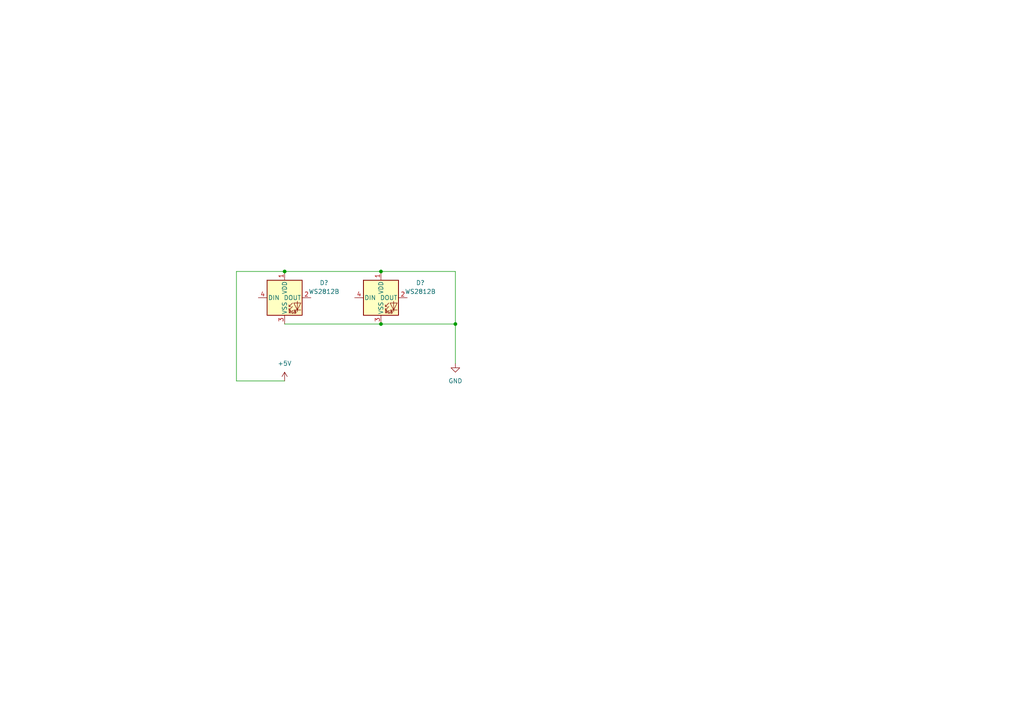
<source format=kicad_sch>
(kicad_sch (version 20211123) (generator eeschema)

  (uuid 758c20f2-506b-4dac-8d9d-c2858694a51d)

  (paper "A4")

  (lib_symbols
    (symbol "LED:WS2812B" (pin_names (offset 0.254)) (in_bom yes) (on_board yes)
      (property "Reference" "D" (id 0) (at 5.08 5.715 0)
        (effects (font (size 1.27 1.27)) (justify right bottom))
      )
      (property "Value" "WS2812B" (id 1) (at 1.27 -5.715 0)
        (effects (font (size 1.27 1.27)) (justify left top))
      )
      (property "Footprint" "LED_SMD:LED_WS2812B_PLCC4_5.0x5.0mm_P3.2mm" (id 2) (at 1.27 -7.62 0)
        (effects (font (size 1.27 1.27)) (justify left top) hide)
      )
      (property "Datasheet" "https://cdn-shop.adafruit.com/datasheets/WS2812B.pdf" (id 3) (at 2.54 -9.525 0)
        (effects (font (size 1.27 1.27)) (justify left top) hide)
      )
      (property "ki_keywords" "RGB LED NeoPixel addressable" (id 4) (at 0 0 0)
        (effects (font (size 1.27 1.27)) hide)
      )
      (property "ki_description" "RGB LED with integrated controller" (id 5) (at 0 0 0)
        (effects (font (size 1.27 1.27)) hide)
      )
      (property "ki_fp_filters" "LED*WS2812*PLCC*5.0x5.0mm*P3.2mm*" (id 6) (at 0 0 0)
        (effects (font (size 1.27 1.27)) hide)
      )
      (symbol "WS2812B_0_0"
        (text "RGB" (at 2.286 -4.191 0)
          (effects (font (size 0.762 0.762)))
        )
      )
      (symbol "WS2812B_0_1"
        (polyline
          (pts
            (xy 1.27 -3.556)
            (xy 1.778 -3.556)
          )
          (stroke (width 0) (type default) (color 0 0 0 0))
          (fill (type none))
        )
        (polyline
          (pts
            (xy 1.27 -2.54)
            (xy 1.778 -2.54)
          )
          (stroke (width 0) (type default) (color 0 0 0 0))
          (fill (type none))
        )
        (polyline
          (pts
            (xy 4.699 -3.556)
            (xy 2.667 -3.556)
          )
          (stroke (width 0) (type default) (color 0 0 0 0))
          (fill (type none))
        )
        (polyline
          (pts
            (xy 2.286 -2.54)
            (xy 1.27 -3.556)
            (xy 1.27 -3.048)
          )
          (stroke (width 0) (type default) (color 0 0 0 0))
          (fill (type none))
        )
        (polyline
          (pts
            (xy 2.286 -1.524)
            (xy 1.27 -2.54)
            (xy 1.27 -2.032)
          )
          (stroke (width 0) (type default) (color 0 0 0 0))
          (fill (type none))
        )
        (polyline
          (pts
            (xy 3.683 -1.016)
            (xy 3.683 -3.556)
            (xy 3.683 -4.064)
          )
          (stroke (width 0) (type default) (color 0 0 0 0))
          (fill (type none))
        )
        (polyline
          (pts
            (xy 4.699 -1.524)
            (xy 2.667 -1.524)
            (xy 3.683 -3.556)
            (xy 4.699 -1.524)
          )
          (stroke (width 0) (type default) (color 0 0 0 0))
          (fill (type none))
        )
        (rectangle (start 5.08 5.08) (end -5.08 -5.08)
          (stroke (width 0.254) (type default) (color 0 0 0 0))
          (fill (type background))
        )
      )
      (symbol "WS2812B_1_1"
        (pin power_in line (at 0 7.62 270) (length 2.54)
          (name "VDD" (effects (font (size 1.27 1.27))))
          (number "1" (effects (font (size 1.27 1.27))))
        )
        (pin output line (at 7.62 0 180) (length 2.54)
          (name "DOUT" (effects (font (size 1.27 1.27))))
          (number "2" (effects (font (size 1.27 1.27))))
        )
        (pin power_in line (at 0 -7.62 90) (length 2.54)
          (name "VSS" (effects (font (size 1.27 1.27))))
          (number "3" (effects (font (size 1.27 1.27))))
        )
        (pin input line (at -7.62 0 0) (length 2.54)
          (name "DIN" (effects (font (size 1.27 1.27))))
          (number "4" (effects (font (size 1.27 1.27))))
        )
      )
    )
    (symbol "power:+5V" (power) (pin_names (offset 0)) (in_bom yes) (on_board yes)
      (property "Reference" "#PWR" (id 0) (at 0 -3.81 0)
        (effects (font (size 1.27 1.27)) hide)
      )
      (property "Value" "+5V" (id 1) (at 0 3.556 0)
        (effects (font (size 1.27 1.27)))
      )
      (property "Footprint" "" (id 2) (at 0 0 0)
        (effects (font (size 1.27 1.27)) hide)
      )
      (property "Datasheet" "" (id 3) (at 0 0 0)
        (effects (font (size 1.27 1.27)) hide)
      )
      (property "ki_keywords" "power-flag" (id 4) (at 0 0 0)
        (effects (font (size 1.27 1.27)) hide)
      )
      (property "ki_description" "Power symbol creates a global label with name \"+5V\"" (id 5) (at 0 0 0)
        (effects (font (size 1.27 1.27)) hide)
      )
      (symbol "+5V_0_1"
        (polyline
          (pts
            (xy -0.762 1.27)
            (xy 0 2.54)
          )
          (stroke (width 0) (type default) (color 0 0 0 0))
          (fill (type none))
        )
        (polyline
          (pts
            (xy 0 0)
            (xy 0 2.54)
          )
          (stroke (width 0) (type default) (color 0 0 0 0))
          (fill (type none))
        )
        (polyline
          (pts
            (xy 0 2.54)
            (xy 0.762 1.27)
          )
          (stroke (width 0) (type default) (color 0 0 0 0))
          (fill (type none))
        )
      )
      (symbol "+5V_1_1"
        (pin power_in line (at 0 0 90) (length 0) hide
          (name "+5V" (effects (font (size 1.27 1.27))))
          (number "1" (effects (font (size 1.27 1.27))))
        )
      )
    )
    (symbol "power:GND" (power) (pin_names (offset 0)) (in_bom yes) (on_board yes)
      (property "Reference" "#PWR" (id 0) (at 0 -6.35 0)
        (effects (font (size 1.27 1.27)) hide)
      )
      (property "Value" "GND" (id 1) (at 0 -3.81 0)
        (effects (font (size 1.27 1.27)))
      )
      (property "Footprint" "" (id 2) (at 0 0 0)
        (effects (font (size 1.27 1.27)) hide)
      )
      (property "Datasheet" "" (id 3) (at 0 0 0)
        (effects (font (size 1.27 1.27)) hide)
      )
      (property "ki_keywords" "power-flag" (id 4) (at 0 0 0)
        (effects (font (size 1.27 1.27)) hide)
      )
      (property "ki_description" "Power symbol creates a global label with name \"GND\" , ground" (id 5) (at 0 0 0)
        (effects (font (size 1.27 1.27)) hide)
      )
      (symbol "GND_0_1"
        (polyline
          (pts
            (xy 0 0)
            (xy 0 -1.27)
            (xy 1.27 -1.27)
            (xy 0 -2.54)
            (xy -1.27 -1.27)
            (xy 0 -1.27)
          )
          (stroke (width 0) (type default) (color 0 0 0 0))
          (fill (type none))
        )
      )
      (symbol "GND_1_1"
        (pin power_in line (at 0 0 270) (length 0) hide
          (name "GND" (effects (font (size 1.27 1.27))))
          (number "1" (effects (font (size 1.27 1.27))))
        )
      )
    )
  )

  (junction (at 110.49 93.98) (diameter 0) (color 0 0 0 0)
    (uuid 16269b6d-fd09-45ec-a2d6-2e1c08b07971)
  )
  (junction (at 82.55 78.74) (diameter 0) (color 0 0 0 0)
    (uuid 2ed06c0f-08b0-4fb7-ab7e-0412d2156562)
  )
  (junction (at 110.49 78.74) (diameter 0) (color 0 0 0 0)
    (uuid 6d68c7e9-253f-4e8d-80fb-45caec5c4692)
  )
  (junction (at 132.08 93.98) (diameter 0) (color 0 0 0 0)
    (uuid bbd90688-ef82-4589-b81d-6e74b0424dd9)
  )

  (wire (pts (xy 82.55 93.98) (xy 110.49 93.98))
    (stroke (width 0) (type default) (color 0 0 0 0))
    (uuid 01834301-383f-466b-8b2c-a65063bfc29c)
  )
  (wire (pts (xy 82.55 78.74) (xy 110.49 78.74))
    (stroke (width 0) (type default) (color 0 0 0 0))
    (uuid 04d24fa3-8a41-4f8c-9a5f-a44464f9165e)
  )
  (wire (pts (xy 132.08 78.74) (xy 132.08 93.98))
    (stroke (width 0) (type default) (color 0 0 0 0))
    (uuid 133565b0-0c7b-44b3-bf75-d3efe757de6f)
  )
  (wire (pts (xy 110.49 93.98) (xy 132.08 93.98))
    (stroke (width 0) (type default) (color 0 0 0 0))
    (uuid 3bbc1205-152e-4407-8b91-94fb54030fe4)
  )
  (wire (pts (xy 68.58 110.49) (xy 82.55 110.49))
    (stroke (width 0) (type default) (color 0 0 0 0))
    (uuid 43bcef76-450a-4013-8412-a3e01f2e98fc)
  )
  (wire (pts (xy 68.58 78.74) (xy 68.58 110.49))
    (stroke (width 0) (type default) (color 0 0 0 0))
    (uuid 6455265f-1122-41b1-b4cc-c4a81ccebf1b)
  )
  (wire (pts (xy 82.55 78.74) (xy 68.58 78.74))
    (stroke (width 0) (type default) (color 0 0 0 0))
    (uuid c7c7ef54-fdb8-48a0-ad23-0c95cd7b5819)
  )
  (wire (pts (xy 132.08 93.98) (xy 132.08 105.41))
    (stroke (width 0) (type default) (color 0 0 0 0))
    (uuid d9337553-7381-4934-b52c-65775f8b0978)
  )
  (wire (pts (xy 110.49 78.74) (xy 132.08 78.74))
    (stroke (width 0) (type default) (color 0 0 0 0))
    (uuid ef21c8f9-62e1-4684-a640-dafe59b00db1)
  )

  (symbol (lib_id "LED:WS2812B") (at 82.55 86.36 0) (unit 1)
    (in_bom yes) (on_board yes) (fields_autoplaced)
    (uuid 22449f7e-c5e2-449d-a319-10d2981ca17c)
    (property "Reference" "D?" (id 0) (at 93.98 82.0293 0))
    (property "Value" "WS2812B" (id 1) (at 93.98 84.5693 0))
    (property "Footprint" "LED_SMD:LED_WS2812B_PLCC4_5.0x5.0mm_P3.2mm" (id 2) (at 83.82 93.98 0)
      (effects (font (size 1.27 1.27)) (justify left top) hide)
    )
    (property "Datasheet" "https://cdn-shop.adafruit.com/datasheets/WS2812B.pdf" (id 3) (at 85.09 95.885 0)
      (effects (font (size 1.27 1.27)) (justify left top) hide)
    )
    (pin "1" (uuid 22248a3f-5e5c-47ef-b7bb-b9f4f27d19b6))
    (pin "2" (uuid bafcfaea-4d9b-4d5c-a86c-36433736d235))
    (pin "3" (uuid 7a003cf8-d395-4db8-97ce-c82f3e61ccf0))
    (pin "4" (uuid e853ca1f-b9e8-4dc8-8d15-1eb6f46aab2a))
  )

  (symbol (lib_id "power:GND") (at 132.08 105.41 0) (unit 1)
    (in_bom yes) (on_board yes) (fields_autoplaced)
    (uuid adde145b-fbb2-4871-bde5-ebb20527f699)
    (property "Reference" "#PWR?" (id 0) (at 132.08 111.76 0)
      (effects (font (size 1.27 1.27)) hide)
    )
    (property "Value" "GND" (id 1) (at 132.08 110.49 0))
    (property "Footprint" "" (id 2) (at 132.08 105.41 0)
      (effects (font (size 1.27 1.27)) hide)
    )
    (property "Datasheet" "" (id 3) (at 132.08 105.41 0)
      (effects (font (size 1.27 1.27)) hide)
    )
    (pin "1" (uuid ee4ba524-145f-4b4e-9c5c-ab35c8148c97))
  )

  (symbol (lib_id "power:+5V") (at 82.55 110.49 0) (unit 1)
    (in_bom yes) (on_board yes) (fields_autoplaced)
    (uuid e551eb95-d793-4423-8e24-751386521b17)
    (property "Reference" "#PWR?" (id 0) (at 82.55 114.3 0)
      (effects (font (size 1.27 1.27)) hide)
    )
    (property "Value" "+5V" (id 1) (at 82.55 105.41 0))
    (property "Footprint" "" (id 2) (at 82.55 110.49 0)
      (effects (font (size 1.27 1.27)) hide)
    )
    (property "Datasheet" "" (id 3) (at 82.55 110.49 0)
      (effects (font (size 1.27 1.27)) hide)
    )
    (pin "1" (uuid eb478f90-76ae-4fd7-8124-2274d518fc26))
  )

  (symbol (lib_id "LED:WS2812B") (at 110.49 86.36 0) (unit 1)
    (in_bom yes) (on_board yes) (fields_autoplaced)
    (uuid f3e0d8c8-b9b1-4c1e-a16c-d434f5e0e152)
    (property "Reference" "D?" (id 0) (at 121.92 82.0293 0))
    (property "Value" "WS2812B" (id 1) (at 121.92 84.5693 0))
    (property "Footprint" "LED_SMD:LED_WS2812B_PLCC4_5.0x5.0mm_P3.2mm" (id 2) (at 111.76 93.98 0)
      (effects (font (size 1.27 1.27)) (justify left top) hide)
    )
    (property "Datasheet" "https://cdn-shop.adafruit.com/datasheets/WS2812B.pdf" (id 3) (at 113.03 95.885 0)
      (effects (font (size 1.27 1.27)) (justify left top) hide)
    )
    (pin "1" (uuid b4cbf044-2431-4944-b74e-00680b1de7f3))
    (pin "2" (uuid 953a3dbf-0b12-46f2-a909-377a0f2c9afd))
    (pin "3" (uuid 506377ad-5602-4fbf-b3fa-a26b9c57d08b))
    (pin "4" (uuid b81b054a-a606-40ea-a716-48bfa9a84784))
  )

  (sheet_instances
    (path "/" (page "1"))
  )

  (symbol_instances
    (path "/adde145b-fbb2-4871-bde5-ebb20527f699"
      (reference "#PWR?") (unit 1) (value "GND") (footprint "")
    )
    (path "/e551eb95-d793-4423-8e24-751386521b17"
      (reference "#PWR?") (unit 1) (value "+5V") (footprint "")
    )
    (path "/22449f7e-c5e2-449d-a319-10d2981ca17c"
      (reference "D?") (unit 1) (value "WS2812B") (footprint "LED_SMD:LED_WS2812B_PLCC4_5.0x5.0mm_P3.2mm")
    )
    (path "/f3e0d8c8-b9b1-4c1e-a16c-d434f5e0e152"
      (reference "D?") (unit 1) (value "WS2812B") (footprint "LED_SMD:LED_WS2812B_PLCC4_5.0x5.0mm_P3.2mm")
    )
  )
)

</source>
